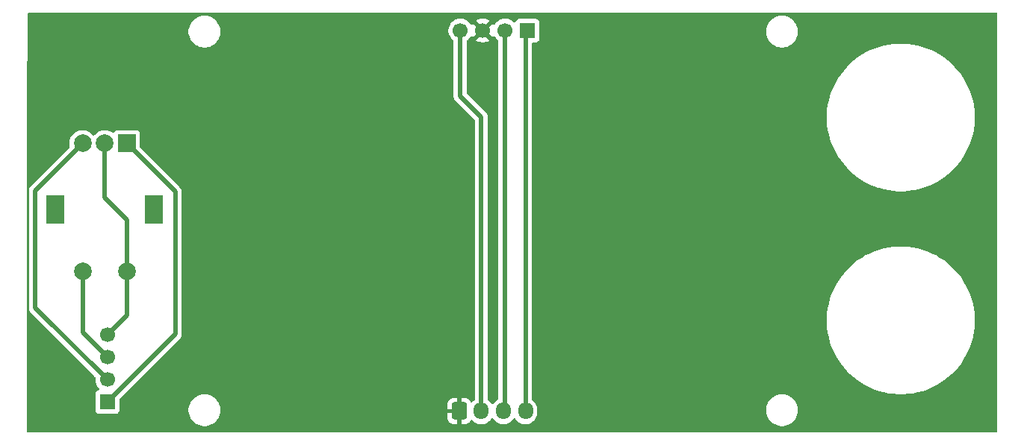
<source format=gbr>
%TF.GenerationSoftware,KiCad,Pcbnew,9.0.7*%
%TF.CreationDate,2026-01-30T14:49:52-06:00*%
%TF.ProjectId,displayboard,64697370-6c61-4796-926f-6172642e6b69,rev?*%
%TF.SameCoordinates,Original*%
%TF.FileFunction,Copper,L1,Top*%
%TF.FilePolarity,Positive*%
%FSLAX46Y46*%
G04 Gerber Fmt 4.6, Leading zero omitted, Abs format (unit mm)*
G04 Created by KiCad (PCBNEW 9.0.7) date 2026-01-30 14:49:52*
%MOMM*%
%LPD*%
G01*
G04 APERTURE LIST*
G04 Aperture macros list*
%AMRoundRect*
0 Rectangle with rounded corners*
0 $1 Rounding radius*
0 $2 $3 $4 $5 $6 $7 $8 $9 X,Y pos of 4 corners*
0 Add a 4 corners polygon primitive as box body*
4,1,4,$2,$3,$4,$5,$6,$7,$8,$9,$2,$3,0*
0 Add four circle primitives for the rounded corners*
1,1,$1+$1,$2,$3*
1,1,$1+$1,$4,$5*
1,1,$1+$1,$6,$7*
1,1,$1+$1,$8,$9*
0 Add four rect primitives between the rounded corners*
20,1,$1+$1,$2,$3,$4,$5,0*
20,1,$1+$1,$4,$5,$6,$7,0*
20,1,$1+$1,$6,$7,$8,$9,0*
20,1,$1+$1,$8,$9,$2,$3,0*%
G04 Aperture macros list end*
%TA.AperFunction,ComponentPad*%
%ADD10R,1.700000X1.700000*%
%TD*%
%TA.AperFunction,ComponentPad*%
%ADD11C,1.700000*%
%TD*%
%TA.AperFunction,ComponentPad*%
%ADD12R,2.000000X2.000000*%
%TD*%
%TA.AperFunction,ComponentPad*%
%ADD13C,2.000000*%
%TD*%
%TA.AperFunction,ComponentPad*%
%ADD14R,2.000000X3.200000*%
%TD*%
%TA.AperFunction,ComponentPad*%
%ADD15RoundRect,0.250000X-0.600000X-0.725000X0.600000X-0.725000X0.600000X0.725000X-0.600000X0.725000X0*%
%TD*%
%TA.AperFunction,ComponentPad*%
%ADD16O,1.700000X1.950000*%
%TD*%
%TA.AperFunction,Conductor*%
%ADD17C,0.500000*%
%TD*%
G04 APERTURE END LIST*
D10*
%TO.P,REF\u002A\u002A,1*%
%TO.N,Net-(A1-GPIO20)*%
X139089000Y-70167600D03*
D11*
%TO.P,REF\u002A\u002A,2*%
%TO.N,Net-(A1-GPIO21)*%
X136549000Y-70167600D03*
%TO.P,REF\u002A\u002A,3*%
%TO.N,GND*%
X134009000Y-70167600D03*
%TO.P,REF\u002A\u002A,4*%
%TO.N,PICO_3V3*%
X131469000Y-70167600D03*
%TD*%
D12*
%TO.P,SW1,A,A*%
%TO.N,ADC0_GP26*%
X93650000Y-83000000D03*
D13*
%TO.P,SW1,B,B*%
%TO.N,ADC0_GP27*%
X88650000Y-83000000D03*
%TO.P,SW1,C,C*%
%TO.N,AGND*%
X91150000Y-83000000D03*
D14*
%TO.P,SW1,MP*%
%TO.N,N/C*%
X96750000Y-90500000D03*
X85550000Y-90500000D03*
D13*
%TO.P,SW1,S1,S1*%
%TO.N,ADC0_GP28*%
X88650000Y-97500000D03*
%TO.P,SW1,S2,S2*%
%TO.N,AGND*%
X93650000Y-97500000D03*
%TD*%
D15*
%TO.P,REF\u002A\u002A,1*%
%TO.N,GND*%
X131350000Y-113400000D03*
D16*
%TO.P,REF\u002A\u002A,2*%
%TO.N,PICO_3V3*%
X133850000Y-113400000D03*
%TO.P,REF\u002A\u002A,3*%
%TO.N,Net-(A1-GPIO21)*%
X136350000Y-113400000D03*
%TO.P,REF\u002A\u002A,4*%
%TO.N,Net-(A1-GPIO20)*%
X138850000Y-113400000D03*
%TD*%
D10*
%TO.P,REF\u002A\u002A,1*%
%TO.N,ADC0_GP26*%
X91450000Y-112370000D03*
D11*
%TO.P,REF\u002A\u002A,2*%
%TO.N,ADC0_GP27*%
X91450000Y-109830000D03*
%TO.P,REF\u002A\u002A,3*%
%TO.N,ADC0_GP28*%
X91450000Y-107290000D03*
%TO.P,REF\u002A\u002A,4*%
%TO.N,AGND*%
X91450000Y-104750000D03*
%TD*%
D17*
%TO.N,AGND*%
X91150000Y-89150000D02*
X93650000Y-91650000D01*
X91450000Y-104750000D02*
X93650000Y-102550000D01*
X93650000Y-91650000D02*
X93650000Y-97500000D01*
X93650000Y-102550000D02*
X93650000Y-97500000D01*
X91150000Y-83000000D02*
X91150000Y-89150000D01*
%TO.N,ADC0_GP28*%
X88650000Y-104490000D02*
X88650000Y-97500000D01*
X91450000Y-107290000D02*
X88650000Y-104490000D01*
%TO.N,ADC0_GP27*%
X91450000Y-109830000D02*
X83300000Y-101680000D01*
X88650000Y-83000000D02*
X83300000Y-88350000D01*
X83300000Y-101680000D02*
X83300000Y-88350000D01*
%TO.N,ADC0_GP26*%
X91450000Y-112370000D02*
X99150000Y-104670000D01*
X93650000Y-83000000D02*
X99150000Y-88500000D01*
X99150000Y-104670000D02*
X99150000Y-88500000D01*
%TO.N,PICO_3V3*%
X131469000Y-70167600D02*
X131469000Y-77619000D01*
X133850000Y-80000000D02*
X133850000Y-113400000D01*
X131469000Y-77619000D02*
X133850000Y-80000000D01*
%TO.N,Net-(A1-GPIO21)*%
X136549000Y-70167600D02*
X136549000Y-113201000D01*
X136549000Y-113201000D02*
X136350000Y-113400000D01*
%TO.N,Net-(A1-GPIO20)*%
X138850000Y-113400000D02*
X138850000Y-70406600D01*
X138850000Y-70406600D02*
X139089000Y-70167600D01*
%TD*%
%TA.AperFunction,Conductor*%
%TO.N,GND*%
G36*
X135124270Y-70929317D02*
G01*
X135124270Y-70929316D01*
X135163622Y-70875155D01*
X135168232Y-70866107D01*
X135216205Y-70815309D01*
X135284025Y-70798512D01*
X135350161Y-70821047D01*
X135389204Y-70866104D01*
X135393949Y-70875417D01*
X135518890Y-71047386D01*
X135518896Y-71047392D01*
X135669208Y-71197704D01*
X135747384Y-71254502D01*
X135790051Y-71309831D01*
X135798500Y-71354820D01*
X135798500Y-111964314D01*
X135778815Y-112031353D01*
X135730795Y-112074799D01*
X135642180Y-112119951D01*
X135470213Y-112244890D01*
X135319894Y-112395209D01*
X135319890Y-112395214D01*
X135200318Y-112559793D01*
X135144989Y-112602459D01*
X135075375Y-112608438D01*
X135013580Y-112575833D01*
X134999682Y-112559793D01*
X134880109Y-112395214D01*
X134880105Y-112395209D01*
X134729794Y-112244898D01*
X134729788Y-112244893D01*
X134651615Y-112188097D01*
X134608949Y-112132767D01*
X134600500Y-112087779D01*
X134600500Y-79926079D01*
X134571659Y-79781092D01*
X134571658Y-79781091D01*
X134571658Y-79781087D01*
X134569386Y-79775602D01*
X134515087Y-79644511D01*
X134515080Y-79644498D01*
X134432952Y-79521585D01*
X134432951Y-79521584D01*
X134328416Y-79417049D01*
X132255819Y-77344451D01*
X132222334Y-77283128D01*
X132219500Y-77256770D01*
X132219500Y-71354820D01*
X132219830Y-71353693D01*
X132219521Y-71352562D01*
X132229646Y-71320265D01*
X132239185Y-71287781D01*
X132240186Y-71286646D01*
X132240423Y-71285892D01*
X132245631Y-71280477D01*
X132264018Y-71259644D01*
X132267230Y-71256961D01*
X132348792Y-71197704D01*
X132499104Y-71047392D01*
X132499106Y-71047388D01*
X132499109Y-71047386D01*
X132584890Y-70929317D01*
X132624051Y-70875416D01*
X132628793Y-70866108D01*
X132676763Y-70815311D01*
X132744583Y-70798511D01*
X132810719Y-70821045D01*
X132849763Y-70866100D01*
X132854373Y-70875147D01*
X132893728Y-70929316D01*
X133526037Y-70297008D01*
X133543075Y-70360593D01*
X133608901Y-70474607D01*
X133701993Y-70567699D01*
X133816007Y-70633525D01*
X133879590Y-70650562D01*
X133247282Y-71282869D01*
X133247282Y-71282870D01*
X133301449Y-71322224D01*
X133490782Y-71418695D01*
X133692870Y-71484357D01*
X133902754Y-71517600D01*
X134115246Y-71517600D01*
X134325127Y-71484357D01*
X134325130Y-71484357D01*
X134527217Y-71418695D01*
X134716554Y-71322222D01*
X134770716Y-71282870D01*
X134770717Y-71282870D01*
X134138408Y-70650562D01*
X134201993Y-70633525D01*
X134316007Y-70567699D01*
X134409099Y-70474607D01*
X134474925Y-70360593D01*
X134491962Y-70297008D01*
X135124270Y-70929317D01*
G37*
%TD.AperFunction*%
%TA.AperFunction,Conductor*%
G36*
X192292539Y-68170185D02*
G01*
X192338294Y-68222989D01*
X192349500Y-68274500D01*
X192349500Y-115675500D01*
X192329815Y-115742539D01*
X192277011Y-115788294D01*
X192225500Y-115799500D01*
X82424500Y-115799500D01*
X82357461Y-115779815D01*
X82311706Y-115727011D01*
X82300500Y-115675500D01*
X82300500Y-101753920D01*
X82549499Y-101753920D01*
X82578340Y-101898907D01*
X82578343Y-101898917D01*
X82634912Y-102035488D01*
X82634916Y-102035495D01*
X82659028Y-102071581D01*
X82659029Y-102071584D01*
X82659030Y-102071584D01*
X82717051Y-102158420D01*
X82717052Y-102158421D01*
X90079824Y-109521191D01*
X90113309Y-109582514D01*
X90114616Y-109628270D01*
X90099500Y-109723707D01*
X90099500Y-109936286D01*
X90132753Y-110146239D01*
X90198444Y-110348414D01*
X90294951Y-110537820D01*
X90419890Y-110709786D01*
X90533430Y-110823326D01*
X90566915Y-110884649D01*
X90561931Y-110954341D01*
X90520059Y-111010274D01*
X90489083Y-111027189D01*
X90357669Y-111076203D01*
X90357664Y-111076206D01*
X90242455Y-111162452D01*
X90242452Y-111162455D01*
X90156206Y-111277664D01*
X90156202Y-111277671D01*
X90105908Y-111412517D01*
X90099501Y-111472116D01*
X90099500Y-111472135D01*
X90099500Y-113267870D01*
X90099501Y-113267876D01*
X90105908Y-113327483D01*
X90156202Y-113462328D01*
X90156206Y-113462335D01*
X90242452Y-113577544D01*
X90242455Y-113577547D01*
X90357664Y-113663793D01*
X90357671Y-113663797D01*
X90492517Y-113714091D01*
X90492516Y-113714091D01*
X90499444Y-113714835D01*
X90552127Y-113720500D01*
X92347872Y-113720499D01*
X92407483Y-113714091D01*
X92542331Y-113663796D01*
X92657546Y-113577546D01*
X92743796Y-113462331D01*
X92794091Y-113327483D01*
X92800500Y-113267873D01*
X92800500Y-113178795D01*
X100661700Y-113178795D01*
X100661700Y-113414804D01*
X100661701Y-113414820D01*
X100692506Y-113648810D01*
X100753594Y-113876793D01*
X100843914Y-114094845D01*
X100843919Y-114094856D01*
X100903205Y-114197540D01*
X100961927Y-114299250D01*
X100961929Y-114299253D01*
X100961930Y-114299254D01*
X101105606Y-114486497D01*
X101105612Y-114486504D01*
X101272495Y-114653387D01*
X101272501Y-114653392D01*
X101459750Y-114797073D01*
X101591118Y-114872918D01*
X101664143Y-114915080D01*
X101664148Y-114915082D01*
X101664151Y-114915084D01*
X101882207Y-115005406D01*
X102110186Y-115066493D01*
X102344189Y-115097300D01*
X102344196Y-115097300D01*
X102580204Y-115097300D01*
X102580211Y-115097300D01*
X102814214Y-115066493D01*
X103042193Y-115005406D01*
X103260249Y-114915084D01*
X103464650Y-114797073D01*
X103651899Y-114653392D01*
X103818792Y-114486499D01*
X103962473Y-114299250D01*
X104080484Y-114094849D01*
X104170806Y-113876793D01*
X104231893Y-113648814D01*
X104237462Y-113606508D01*
X104240630Y-113582452D01*
X104240630Y-113582451D01*
X104256443Y-113462335D01*
X104262700Y-113414811D01*
X104262700Y-113178789D01*
X104231893Y-112944786D01*
X104170806Y-112716807D01*
X104132783Y-112625013D01*
X130000000Y-112625013D01*
X130000000Y-113150000D01*
X130945854Y-113150000D01*
X130907370Y-113216657D01*
X130875000Y-113337465D01*
X130875000Y-113462535D01*
X130907370Y-113583343D01*
X130945854Y-113650000D01*
X130000001Y-113650000D01*
X130000001Y-114174986D01*
X130010494Y-114277697D01*
X130065641Y-114444119D01*
X130065643Y-114444124D01*
X130157684Y-114593345D01*
X130281654Y-114717315D01*
X130430875Y-114809356D01*
X130430880Y-114809358D01*
X130597302Y-114864505D01*
X130597309Y-114864506D01*
X130700019Y-114874999D01*
X131099999Y-114874999D01*
X131100000Y-114874998D01*
X131100000Y-113804145D01*
X131166657Y-113842630D01*
X131287465Y-113875000D01*
X131412535Y-113875000D01*
X131533343Y-113842630D01*
X131600000Y-113804145D01*
X131600000Y-114874999D01*
X131999972Y-114874999D01*
X131999986Y-114874998D01*
X132102697Y-114864505D01*
X132269119Y-114809358D01*
X132269124Y-114809356D01*
X132418345Y-114717315D01*
X132542317Y-114593343D01*
X132637815Y-114438516D01*
X132689763Y-114391791D01*
X132758725Y-114380568D01*
X132822808Y-114408412D01*
X132831035Y-114415931D01*
X132970213Y-114555109D01*
X133142179Y-114680048D01*
X133142181Y-114680049D01*
X133142184Y-114680051D01*
X133331588Y-114776557D01*
X133533757Y-114842246D01*
X133743713Y-114875500D01*
X133743714Y-114875500D01*
X133956286Y-114875500D01*
X133956287Y-114875500D01*
X134166243Y-114842246D01*
X134368412Y-114776557D01*
X134557816Y-114680051D01*
X134594516Y-114653387D01*
X134729786Y-114555109D01*
X134729788Y-114555106D01*
X134729792Y-114555104D01*
X134880104Y-114404792D01*
X134999683Y-114240204D01*
X135055011Y-114197540D01*
X135124624Y-114191561D01*
X135186420Y-114224166D01*
X135200313Y-114240199D01*
X135227557Y-114277697D01*
X135319896Y-114404792D01*
X135470213Y-114555109D01*
X135642179Y-114680048D01*
X135642181Y-114680049D01*
X135642184Y-114680051D01*
X135831588Y-114776557D01*
X136033757Y-114842246D01*
X136243713Y-114875500D01*
X136243714Y-114875500D01*
X136456286Y-114875500D01*
X136456287Y-114875500D01*
X136666243Y-114842246D01*
X136868412Y-114776557D01*
X137057816Y-114680051D01*
X137094516Y-114653387D01*
X137229786Y-114555109D01*
X137229788Y-114555106D01*
X137229792Y-114555104D01*
X137380104Y-114404792D01*
X137499683Y-114240204D01*
X137555011Y-114197540D01*
X137624624Y-114191561D01*
X137686420Y-114224166D01*
X137700313Y-114240199D01*
X137727557Y-114277697D01*
X137819896Y-114404792D01*
X137970213Y-114555109D01*
X138142179Y-114680048D01*
X138142181Y-114680049D01*
X138142184Y-114680051D01*
X138331588Y-114776557D01*
X138533757Y-114842246D01*
X138743713Y-114875500D01*
X138743714Y-114875500D01*
X138956286Y-114875500D01*
X138956287Y-114875500D01*
X139166243Y-114842246D01*
X139368412Y-114776557D01*
X139557816Y-114680051D01*
X139594516Y-114653387D01*
X139729786Y-114555109D01*
X139729788Y-114555106D01*
X139729792Y-114555104D01*
X139880104Y-114404792D01*
X139880106Y-114404788D01*
X139880109Y-114404786D01*
X140005048Y-114232820D01*
X140005047Y-114232820D01*
X140005051Y-114232816D01*
X140101557Y-114043412D01*
X140167246Y-113841243D01*
X140200500Y-113631287D01*
X140200500Y-113178795D01*
X166142900Y-113178795D01*
X166142900Y-113414804D01*
X166142901Y-113414820D01*
X166173706Y-113648810D01*
X166234794Y-113876793D01*
X166325114Y-114094845D01*
X166325119Y-114094856D01*
X166384405Y-114197540D01*
X166443127Y-114299250D01*
X166443129Y-114299253D01*
X166443130Y-114299254D01*
X166586806Y-114486497D01*
X166586812Y-114486504D01*
X166753695Y-114653387D01*
X166753701Y-114653392D01*
X166940950Y-114797073D01*
X167072318Y-114872918D01*
X167145343Y-114915080D01*
X167145348Y-114915082D01*
X167145351Y-114915084D01*
X167363407Y-115005406D01*
X167591386Y-115066493D01*
X167825389Y-115097300D01*
X167825396Y-115097300D01*
X168061404Y-115097300D01*
X168061411Y-115097300D01*
X168295414Y-115066493D01*
X168523393Y-115005406D01*
X168741449Y-114915084D01*
X168945850Y-114797073D01*
X169133099Y-114653392D01*
X169299992Y-114486499D01*
X169443673Y-114299250D01*
X169561684Y-114094849D01*
X169652006Y-113876793D01*
X169713093Y-113648814D01*
X169743900Y-113414811D01*
X169743900Y-113178789D01*
X169713093Y-112944786D01*
X169652006Y-112716807D01*
X169561684Y-112498751D01*
X169561682Y-112498748D01*
X169561680Y-112498743D01*
X169487752Y-112370697D01*
X169443673Y-112294350D01*
X169362142Y-112188097D01*
X169299993Y-112107102D01*
X169299987Y-112107095D01*
X169133104Y-111940212D01*
X169133097Y-111940206D01*
X168945854Y-111796530D01*
X168945853Y-111796529D01*
X168945850Y-111796527D01*
X168864357Y-111749477D01*
X168741456Y-111678519D01*
X168741445Y-111678514D01*
X168523393Y-111588194D01*
X168295410Y-111527106D01*
X168061420Y-111496301D01*
X168061417Y-111496300D01*
X168061411Y-111496300D01*
X167825389Y-111496300D01*
X167825383Y-111496300D01*
X167825379Y-111496301D01*
X167591389Y-111527106D01*
X167363406Y-111588194D01*
X167145354Y-111678514D01*
X167145343Y-111678519D01*
X166940945Y-111796530D01*
X166753702Y-111940206D01*
X166753695Y-111940212D01*
X166586812Y-112107095D01*
X166586806Y-112107102D01*
X166443130Y-112294345D01*
X166325119Y-112498743D01*
X166325114Y-112498754D01*
X166234794Y-112716806D01*
X166173706Y-112944789D01*
X166142901Y-113178779D01*
X166142900Y-113178795D01*
X140200500Y-113178795D01*
X140200500Y-113168713D01*
X140167246Y-112958757D01*
X140101557Y-112756588D01*
X140005051Y-112567184D01*
X140005049Y-112567181D01*
X140005048Y-112567179D01*
X139880109Y-112395213D01*
X139729794Y-112244898D01*
X139729788Y-112244893D01*
X139651615Y-112188097D01*
X139608949Y-112132767D01*
X139600500Y-112087779D01*
X139600500Y-102825602D01*
X173018000Y-102825602D01*
X173018000Y-103374398D01*
X173032456Y-103594949D01*
X173053893Y-103922027D01*
X173125525Y-104466119D01*
X173125527Y-104466131D01*
X173232584Y-105004349D01*
X173232590Y-105004375D01*
X173374627Y-105534464D01*
X173374631Y-105534479D01*
X173551033Y-106054139D01*
X173551037Y-106054150D01*
X173761054Y-106561173D01*
X174003775Y-107053364D01*
X174278168Y-107528627D01*
X174278184Y-107528652D01*
X174583069Y-107984944D01*
X174917150Y-108420326D01*
X174917155Y-108420331D01*
X174917156Y-108420333D01*
X175279002Y-108832940D01*
X175667060Y-109220998D01*
X176079291Y-109582514D01*
X176079673Y-109582849D01*
X176515055Y-109916930D01*
X176971347Y-110221815D01*
X176971372Y-110221831D01*
X177446635Y-110496224D01*
X177938826Y-110738945D01*
X177938831Y-110738947D01*
X177938837Y-110738950D01*
X178445858Y-110948966D01*
X178774520Y-111060531D01*
X178965520Y-111125368D01*
X178965525Y-111125369D01*
X178965530Y-111125371D01*
X179495627Y-111267410D01*
X179495636Y-111267411D01*
X179495650Y-111267415D01*
X180033868Y-111374472D01*
X180033873Y-111374472D01*
X180033879Y-111374474D01*
X180577980Y-111446107D01*
X181125602Y-111482000D01*
X181125613Y-111482000D01*
X181674387Y-111482000D01*
X181674398Y-111482000D01*
X182222020Y-111446107D01*
X182766121Y-111374474D01*
X182790867Y-111369551D01*
X183304349Y-111267415D01*
X183304356Y-111267413D01*
X183304373Y-111267410D01*
X183834470Y-111125371D01*
X184354142Y-110948966D01*
X184861163Y-110738950D01*
X185353364Y-110496224D01*
X185828636Y-110221826D01*
X186284943Y-109916931D01*
X186720333Y-109582844D01*
X187132940Y-109220998D01*
X187520998Y-108832940D01*
X187882844Y-108420333D01*
X188216931Y-107984943D01*
X188521826Y-107528636D01*
X188796224Y-107053364D01*
X189038950Y-106561163D01*
X189248966Y-106054142D01*
X189425371Y-105534470D01*
X189567410Y-105004373D01*
X189596867Y-104856284D01*
X189674472Y-104466131D01*
X189674474Y-104466119D01*
X189686496Y-104374808D01*
X189746107Y-103922020D01*
X189782000Y-103374398D01*
X189782000Y-102825602D01*
X189746107Y-102277980D01*
X189674474Y-101733879D01*
X189674472Y-101733868D01*
X189567415Y-101195650D01*
X189567409Y-101195624D01*
X189425372Y-100665535D01*
X189425368Y-100665520D01*
X189360531Y-100474520D01*
X189248966Y-100145858D01*
X189038950Y-99638837D01*
X188796224Y-99146636D01*
X188796224Y-99146635D01*
X188521831Y-98671372D01*
X188521815Y-98671347D01*
X188216930Y-98215055D01*
X187882849Y-97779673D01*
X187741151Y-97618097D01*
X187520998Y-97367060D01*
X187132940Y-96979002D01*
X186720333Y-96617156D01*
X186720331Y-96617155D01*
X186720326Y-96617150D01*
X186284944Y-96283069D01*
X185828652Y-95978184D01*
X185828627Y-95978168D01*
X185353364Y-95703775D01*
X184861173Y-95461054D01*
X184354150Y-95251037D01*
X184354139Y-95251033D01*
X183834479Y-95074631D01*
X183834464Y-95074627D01*
X183304375Y-94932590D01*
X183304349Y-94932584D01*
X182766131Y-94825527D01*
X182766119Y-94825525D01*
X182222027Y-94753893D01*
X182009055Y-94739934D01*
X181674398Y-94718000D01*
X181125602Y-94718000D01*
X180808557Y-94738780D01*
X180577972Y-94753893D01*
X180033880Y-94825525D01*
X180033868Y-94825527D01*
X179495650Y-94932584D01*
X179495624Y-94932590D01*
X178965535Y-95074627D01*
X178965520Y-95074631D01*
X178445860Y-95251033D01*
X178445849Y-95251037D01*
X177938826Y-95461054D01*
X177446635Y-95703775D01*
X176971372Y-95978168D01*
X176971347Y-95978184D01*
X176515055Y-96283069D01*
X176079673Y-96617150D01*
X175667055Y-96979006D01*
X175279006Y-97367055D01*
X174917150Y-97779673D01*
X174583069Y-98215055D01*
X174278184Y-98671347D01*
X174278168Y-98671372D01*
X174003775Y-99146635D01*
X173761054Y-99638826D01*
X173551037Y-100145849D01*
X173551033Y-100145860D01*
X173374631Y-100665520D01*
X173374627Y-100665535D01*
X173232590Y-101195624D01*
X173232584Y-101195650D01*
X173125527Y-101733868D01*
X173125525Y-101733880D01*
X173053893Y-102277972D01*
X173038780Y-102508557D01*
X173018000Y-102825602D01*
X139600500Y-102825602D01*
X139600500Y-79775602D01*
X173018000Y-79775602D01*
X173018000Y-80324398D01*
X173020480Y-80362229D01*
X173053893Y-80872027D01*
X173125525Y-81416119D01*
X173125527Y-81416131D01*
X173232584Y-81954349D01*
X173232590Y-81954375D01*
X173374627Y-82484464D01*
X173374631Y-82484479D01*
X173551033Y-83004139D01*
X173551037Y-83004150D01*
X173761054Y-83511173D01*
X174003775Y-84003364D01*
X174278168Y-84478627D01*
X174278184Y-84478652D01*
X174583069Y-84934944D01*
X174917150Y-85370326D01*
X174917155Y-85370331D01*
X174917156Y-85370333D01*
X175279002Y-85782940D01*
X175667060Y-86170998D01*
X176079667Y-86532844D01*
X176079673Y-86532849D01*
X176515055Y-86866930D01*
X176971347Y-87171815D01*
X176971372Y-87171831D01*
X177446635Y-87446224D01*
X177938826Y-87688945D01*
X177938831Y-87688947D01*
X177938837Y-87688950D01*
X178445858Y-87898966D01*
X178774520Y-88010531D01*
X178965520Y-88075368D01*
X178965525Y-88075369D01*
X178965530Y-88075371D01*
X179495627Y-88217410D01*
X179495636Y-88217411D01*
X179495650Y-88217415D01*
X180033868Y-88324472D01*
X180033873Y-88324472D01*
X180033879Y-88324474D01*
X180577980Y-88396107D01*
X181125602Y-88432000D01*
X181125613Y-88432000D01*
X181674387Y-88432000D01*
X181674398Y-88432000D01*
X182222020Y-88396107D01*
X182766121Y-88324474D01*
X182984224Y-88281091D01*
X183304349Y-88217415D01*
X183304356Y-88217413D01*
X183304373Y-88217410D01*
X183834470Y-88075371D01*
X184354142Y-87898966D01*
X184861163Y-87688950D01*
X185353364Y-87446224D01*
X185828636Y-87171826D01*
X186284943Y-86866931D01*
X186720333Y-86532844D01*
X187132940Y-86170998D01*
X187520998Y-85782940D01*
X187882844Y-85370333D01*
X188216931Y-84934943D01*
X188521826Y-84478636D01*
X188796224Y-84003364D01*
X189038950Y-83511163D01*
X189248966Y-83004142D01*
X189425371Y-82484470D01*
X189567410Y-81954373D01*
X189567857Y-81952129D01*
X189674472Y-81416131D01*
X189674474Y-81416119D01*
X189746106Y-80872027D01*
X189746107Y-80872020D01*
X189782000Y-80324398D01*
X189782000Y-79775602D01*
X189746107Y-79227980D01*
X189674474Y-78683879D01*
X189567410Y-78145627D01*
X189425371Y-77615530D01*
X189248966Y-77095858D01*
X189038950Y-76588837D01*
X188796224Y-76096636D01*
X188796224Y-76096635D01*
X188521831Y-75621372D01*
X188521815Y-75621347D01*
X188216930Y-75165055D01*
X187882849Y-74729673D01*
X187882844Y-74729667D01*
X187520998Y-74317060D01*
X187132940Y-73929002D01*
X186720333Y-73567156D01*
X186720331Y-73567155D01*
X186720326Y-73567150D01*
X186284944Y-73233069D01*
X185828652Y-72928184D01*
X185828627Y-72928168D01*
X185353364Y-72653775D01*
X184861173Y-72411054D01*
X184354150Y-72201037D01*
X184354139Y-72201033D01*
X183834479Y-72024631D01*
X183834464Y-72024627D01*
X183304375Y-71882590D01*
X183304349Y-71882584D01*
X182766131Y-71775527D01*
X182766119Y-71775525D01*
X182222027Y-71703893D01*
X182009055Y-71689934D01*
X181674398Y-71668000D01*
X181125602Y-71668000D01*
X180808557Y-71688780D01*
X180577972Y-71703893D01*
X180033880Y-71775525D01*
X180033868Y-71775527D01*
X179495650Y-71882584D01*
X179495624Y-71882590D01*
X178965535Y-72024627D01*
X178965520Y-72024631D01*
X178445860Y-72201033D01*
X178445849Y-72201037D01*
X177938826Y-72411054D01*
X177446635Y-72653775D01*
X176971372Y-72928168D01*
X176971347Y-72928184D01*
X176515055Y-73233069D01*
X176079673Y-73567150D01*
X175667055Y-73929006D01*
X175279006Y-74317055D01*
X174917150Y-74729673D01*
X174583069Y-75165055D01*
X174278184Y-75621347D01*
X174278168Y-75621372D01*
X174003775Y-76096635D01*
X173761054Y-76588826D01*
X173551037Y-77095849D01*
X173551033Y-77095860D01*
X173374631Y-77615520D01*
X173374627Y-77615535D01*
X173232590Y-78145624D01*
X173232584Y-78145650D01*
X173125527Y-78683868D01*
X173125525Y-78683880D01*
X173053893Y-79227972D01*
X173041501Y-79417049D01*
X173018000Y-79775602D01*
X139600500Y-79775602D01*
X139600500Y-71642099D01*
X139620185Y-71575060D01*
X139672989Y-71529305D01*
X139724500Y-71518099D01*
X139986871Y-71518099D01*
X139986872Y-71518099D01*
X140046483Y-71511691D01*
X140181331Y-71461396D01*
X140296546Y-71375146D01*
X140382796Y-71259931D01*
X140433091Y-71125083D01*
X140439500Y-71065473D01*
X140439499Y-70176595D01*
X166142900Y-70176595D01*
X166142900Y-70412604D01*
X166142901Y-70412620D01*
X166173706Y-70646610D01*
X166234794Y-70874593D01*
X166325114Y-71092645D01*
X166325119Y-71092656D01*
X166385771Y-71197706D01*
X166443127Y-71297050D01*
X166443129Y-71297053D01*
X166443130Y-71297054D01*
X166586806Y-71484297D01*
X166586812Y-71484304D01*
X166753695Y-71651187D01*
X166753702Y-71651193D01*
X166822382Y-71703893D01*
X166940950Y-71794873D01*
X167072318Y-71870718D01*
X167145343Y-71912880D01*
X167145348Y-71912882D01*
X167145351Y-71912884D01*
X167363407Y-72003206D01*
X167591386Y-72064293D01*
X167825389Y-72095100D01*
X167825396Y-72095100D01*
X168061404Y-72095100D01*
X168061411Y-72095100D01*
X168295414Y-72064293D01*
X168523393Y-72003206D01*
X168741449Y-71912884D01*
X168945850Y-71794873D01*
X169133099Y-71651192D01*
X169299992Y-71484299D01*
X169443673Y-71297050D01*
X169561684Y-71092649D01*
X169652006Y-70874593D01*
X169713093Y-70646614D01*
X169743900Y-70412611D01*
X169743900Y-70176589D01*
X169713093Y-69942586D01*
X169652006Y-69714607D01*
X169561684Y-69496551D01*
X169561682Y-69496548D01*
X169561680Y-69496543D01*
X169509336Y-69405882D01*
X169443673Y-69292150D01*
X169325003Y-69137496D01*
X169299993Y-69104902D01*
X169299987Y-69104895D01*
X169133104Y-68938012D01*
X169133097Y-68938006D01*
X168945854Y-68794330D01*
X168945853Y-68794329D01*
X168945850Y-68794327D01*
X168864357Y-68747277D01*
X168741456Y-68676319D01*
X168741445Y-68676314D01*
X168523393Y-68585994D01*
X168295410Y-68524906D01*
X168061420Y-68494101D01*
X168061417Y-68494100D01*
X168061411Y-68494100D01*
X167825389Y-68494100D01*
X167825383Y-68494100D01*
X167825379Y-68494101D01*
X167591389Y-68524906D01*
X167363406Y-68585994D01*
X167145354Y-68676314D01*
X167145343Y-68676319D01*
X166940945Y-68794330D01*
X166753702Y-68938006D01*
X166753695Y-68938012D01*
X166586812Y-69104895D01*
X166586806Y-69104902D01*
X166443130Y-69292145D01*
X166325119Y-69496543D01*
X166325114Y-69496554D01*
X166234794Y-69714606D01*
X166173706Y-69942589D01*
X166142901Y-70176579D01*
X166142900Y-70176595D01*
X140439499Y-70176595D01*
X140439499Y-70167600D01*
X140439499Y-69269729D01*
X140439498Y-69269723D01*
X140433091Y-69210116D01*
X140382797Y-69075271D01*
X140382793Y-69075264D01*
X140296547Y-68960055D01*
X140296544Y-68960052D01*
X140181335Y-68873806D01*
X140181328Y-68873802D01*
X140046482Y-68823508D01*
X140046483Y-68823508D01*
X139986883Y-68817101D01*
X139986881Y-68817100D01*
X139986873Y-68817100D01*
X139986864Y-68817100D01*
X138191129Y-68817100D01*
X138191123Y-68817101D01*
X138131516Y-68823508D01*
X137996671Y-68873802D01*
X137996664Y-68873806D01*
X137881455Y-68960052D01*
X137881452Y-68960055D01*
X137795206Y-69075264D01*
X137795203Y-69075269D01*
X137746189Y-69206683D01*
X137704317Y-69262616D01*
X137638853Y-69287033D01*
X137570580Y-69272181D01*
X137542326Y-69251030D01*
X137428786Y-69137490D01*
X137256820Y-69012551D01*
X137067414Y-68916044D01*
X137067413Y-68916043D01*
X137067412Y-68916043D01*
X136865243Y-68850354D01*
X136865241Y-68850353D01*
X136865240Y-68850353D01*
X136703957Y-68824808D01*
X136655287Y-68817100D01*
X136442713Y-68817100D01*
X136394042Y-68824808D01*
X136232760Y-68850353D01*
X136030585Y-68916044D01*
X135841179Y-69012551D01*
X135669213Y-69137490D01*
X135518890Y-69287813D01*
X135393949Y-69459782D01*
X135389202Y-69469099D01*
X135341227Y-69519893D01*
X135273405Y-69536687D01*
X135207271Y-69514148D01*
X135168234Y-69469095D01*
X135163626Y-69460052D01*
X135124270Y-69405882D01*
X135124269Y-69405882D01*
X134491962Y-70038190D01*
X134474925Y-69974607D01*
X134409099Y-69860593D01*
X134316007Y-69767501D01*
X134201993Y-69701675D01*
X134138409Y-69684637D01*
X134770716Y-69052328D01*
X134716550Y-69012975D01*
X134527217Y-68916504D01*
X134325129Y-68850842D01*
X134115246Y-68817600D01*
X133902754Y-68817600D01*
X133692872Y-68850842D01*
X133692869Y-68850842D01*
X133490782Y-68916504D01*
X133301439Y-69012980D01*
X133247282Y-69052327D01*
X133247282Y-69052328D01*
X133879591Y-69684637D01*
X133816007Y-69701675D01*
X133701993Y-69767501D01*
X133608901Y-69860593D01*
X133543075Y-69974607D01*
X133526037Y-70038191D01*
X132893728Y-69405882D01*
X132893727Y-69405882D01*
X132854380Y-69460040D01*
X132854376Y-69460046D01*
X132849760Y-69469105D01*
X132801781Y-69519897D01*
X132733959Y-69536687D01*
X132667826Y-69514143D01*
X132628794Y-69469093D01*
X132624051Y-69459784D01*
X132624049Y-69459781D01*
X132624048Y-69459779D01*
X132499109Y-69287813D01*
X132348786Y-69137490D01*
X132176820Y-69012551D01*
X131987414Y-68916044D01*
X131987413Y-68916043D01*
X131987412Y-68916043D01*
X131785243Y-68850354D01*
X131785241Y-68850353D01*
X131785240Y-68850353D01*
X131623957Y-68824808D01*
X131575287Y-68817100D01*
X131362713Y-68817100D01*
X131314042Y-68824808D01*
X131152760Y-68850353D01*
X130950585Y-68916044D01*
X130761179Y-69012551D01*
X130589213Y-69137490D01*
X130438890Y-69287813D01*
X130313951Y-69459779D01*
X130217444Y-69649185D01*
X130151753Y-69851360D01*
X130137304Y-69942589D01*
X130118500Y-70061313D01*
X130118500Y-70273887D01*
X130151754Y-70483843D01*
X130204640Y-70646610D01*
X130217444Y-70686014D01*
X130313951Y-70875420D01*
X130438890Y-71047386D01*
X130438896Y-71047392D01*
X130589208Y-71197704D01*
X130667384Y-71254502D01*
X130710051Y-71309831D01*
X130718500Y-71354820D01*
X130718500Y-77692918D01*
X130718500Y-77692920D01*
X130718499Y-77692920D01*
X130747340Y-77837907D01*
X130747343Y-77837917D01*
X130803914Y-77974492D01*
X130836812Y-78023727D01*
X130836813Y-78023730D01*
X130886046Y-78097414D01*
X130886052Y-78097421D01*
X133063181Y-80274548D01*
X133096666Y-80335871D01*
X133099500Y-80362229D01*
X133099500Y-112087779D01*
X133079815Y-112154818D01*
X133048385Y-112188097D01*
X132970211Y-112244893D01*
X132831035Y-112384069D01*
X132769712Y-112417553D01*
X132700020Y-112412569D01*
X132644087Y-112370697D01*
X132637815Y-112361484D01*
X132542315Y-112206654D01*
X132418345Y-112082684D01*
X132269124Y-111990643D01*
X132269119Y-111990641D01*
X132102697Y-111935494D01*
X132102690Y-111935493D01*
X131999986Y-111925000D01*
X131600000Y-111925000D01*
X131600000Y-112995854D01*
X131533343Y-112957370D01*
X131412535Y-112925000D01*
X131287465Y-112925000D01*
X131166657Y-112957370D01*
X131100000Y-112995854D01*
X131100000Y-111925000D01*
X130700028Y-111925000D01*
X130700012Y-111925001D01*
X130597302Y-111935494D01*
X130430880Y-111990641D01*
X130430875Y-111990643D01*
X130281654Y-112082684D01*
X130157684Y-112206654D01*
X130065643Y-112355875D01*
X130065641Y-112355880D01*
X130010494Y-112522302D01*
X130010493Y-112522309D01*
X130000000Y-112625013D01*
X104132783Y-112625013D01*
X104123441Y-112602459D01*
X104080485Y-112498754D01*
X104080480Y-112498743D01*
X104006552Y-112370697D01*
X103962473Y-112294350D01*
X103880942Y-112188097D01*
X103818793Y-112107102D01*
X103818787Y-112107095D01*
X103651904Y-111940212D01*
X103651897Y-111940206D01*
X103464654Y-111796530D01*
X103464653Y-111796529D01*
X103464650Y-111796527D01*
X103383157Y-111749477D01*
X103260256Y-111678519D01*
X103260245Y-111678514D01*
X103042193Y-111588194D01*
X102814210Y-111527106D01*
X102580220Y-111496301D01*
X102580217Y-111496300D01*
X102580211Y-111496300D01*
X102344189Y-111496300D01*
X102344183Y-111496300D01*
X102344179Y-111496301D01*
X102110189Y-111527106D01*
X101882206Y-111588194D01*
X101664154Y-111678514D01*
X101664143Y-111678519D01*
X101459745Y-111796530D01*
X101272502Y-111940206D01*
X101272495Y-111940212D01*
X101105612Y-112107095D01*
X101105606Y-112107102D01*
X100961930Y-112294345D01*
X100843919Y-112498743D01*
X100843914Y-112498754D01*
X100753594Y-112716806D01*
X100692506Y-112944789D01*
X100661701Y-113178779D01*
X100661700Y-113178795D01*
X92800500Y-113178795D01*
X92800499Y-112669316D01*
X92800499Y-112132229D01*
X92820183Y-112065190D01*
X92836813Y-112044553D01*
X99732951Y-105148416D01*
X99815084Y-105025495D01*
X99871658Y-104888913D01*
X99878148Y-104856287D01*
X99900500Y-104743918D01*
X99900500Y-88426082D01*
X99894537Y-88396107D01*
X99894537Y-88396106D01*
X99894537Y-88396104D01*
X99871660Y-88281094D01*
X99871659Y-88281088D01*
X99817408Y-88150117D01*
X99815764Y-88145522D01*
X99732954Y-88021588D01*
X99732953Y-88021587D01*
X99732951Y-88021584D01*
X99628416Y-87917049D01*
X95186818Y-83475450D01*
X95153333Y-83414127D01*
X95150499Y-83387769D01*
X95150499Y-81952129D01*
X95150498Y-81952123D01*
X95144091Y-81892516D01*
X95093797Y-81757671D01*
X95093793Y-81757664D01*
X95007547Y-81642455D01*
X95007544Y-81642452D01*
X94892335Y-81556206D01*
X94892328Y-81556202D01*
X94757482Y-81505908D01*
X94757483Y-81505908D01*
X94697883Y-81499501D01*
X94697881Y-81499500D01*
X94697873Y-81499500D01*
X94697864Y-81499500D01*
X92602129Y-81499500D01*
X92602123Y-81499501D01*
X92542516Y-81505908D01*
X92407671Y-81556202D01*
X92407664Y-81556206D01*
X92292455Y-81642452D01*
X92204309Y-81760199D01*
X92148375Y-81802069D01*
X92078683Y-81807053D01*
X92032157Y-81786205D01*
X91936433Y-81716657D01*
X91725996Y-81609433D01*
X91501368Y-81536446D01*
X91268097Y-81499500D01*
X91268092Y-81499500D01*
X91031908Y-81499500D01*
X91031903Y-81499500D01*
X90798631Y-81536446D01*
X90574003Y-81609433D01*
X90363566Y-81716657D01*
X90267843Y-81786205D01*
X90172490Y-81855483D01*
X90172488Y-81855485D01*
X90172487Y-81855485D01*
X90005482Y-82022490D01*
X90000315Y-82029603D01*
X89944983Y-82072266D01*
X89875370Y-82078242D01*
X89813576Y-82045634D01*
X89799685Y-82029603D01*
X89794517Y-82022490D01*
X89627512Y-81855485D01*
X89627510Y-81855483D01*
X89436433Y-81716657D01*
X89225996Y-81609433D01*
X89001368Y-81536446D01*
X88768097Y-81499500D01*
X88768092Y-81499500D01*
X88531908Y-81499500D01*
X88531903Y-81499500D01*
X88298631Y-81536446D01*
X88074003Y-81609433D01*
X87863566Y-81716657D01*
X87767843Y-81786205D01*
X87672490Y-81855483D01*
X87672488Y-81855485D01*
X87672487Y-81855485D01*
X87505485Y-82022487D01*
X87505485Y-82022488D01*
X87505483Y-82022490D01*
X87488668Y-82045634D01*
X87366657Y-82213566D01*
X87259433Y-82424003D01*
X87186446Y-82648631D01*
X87149500Y-82881902D01*
X87149500Y-83118097D01*
X87183511Y-83332833D01*
X87174556Y-83402126D01*
X87148719Y-83439912D01*
X82717047Y-87871584D01*
X82686669Y-87917048D01*
X82686670Y-87917049D01*
X82634913Y-87994508D01*
X82578343Y-88131082D01*
X82578340Y-88131092D01*
X82549500Y-88276079D01*
X82549500Y-88276082D01*
X82549500Y-101753918D01*
X82549500Y-101753920D01*
X82549499Y-101753920D01*
X82300500Y-101753920D01*
X82300500Y-79790280D01*
X82300504Y-79789251D01*
X82322856Y-77095849D01*
X82380277Y-70176595D01*
X100661700Y-70176595D01*
X100661700Y-70412604D01*
X100661701Y-70412620D01*
X100692506Y-70646610D01*
X100753594Y-70874593D01*
X100843914Y-71092645D01*
X100843919Y-71092656D01*
X100904571Y-71197706D01*
X100961927Y-71297050D01*
X100961929Y-71297053D01*
X100961930Y-71297054D01*
X101105606Y-71484297D01*
X101105612Y-71484304D01*
X101272495Y-71651187D01*
X101272502Y-71651193D01*
X101341182Y-71703893D01*
X101459750Y-71794873D01*
X101591118Y-71870718D01*
X101664143Y-71912880D01*
X101664148Y-71912882D01*
X101664151Y-71912884D01*
X101882207Y-72003206D01*
X102110186Y-72064293D01*
X102344189Y-72095100D01*
X102344196Y-72095100D01*
X102580204Y-72095100D01*
X102580211Y-72095100D01*
X102814214Y-72064293D01*
X103042193Y-72003206D01*
X103260249Y-71912884D01*
X103464650Y-71794873D01*
X103651899Y-71651192D01*
X103818792Y-71484299D01*
X103962473Y-71297050D01*
X104080484Y-71092649D01*
X104170806Y-70874593D01*
X104231893Y-70646614D01*
X104262700Y-70412611D01*
X104262700Y-70176589D01*
X104231893Y-69942586D01*
X104170806Y-69714607D01*
X104080484Y-69496551D01*
X104080482Y-69496548D01*
X104080480Y-69496543D01*
X104028136Y-69405882D01*
X103962473Y-69292150D01*
X103843803Y-69137496D01*
X103818793Y-69104902D01*
X103818787Y-69104895D01*
X103651904Y-68938012D01*
X103651897Y-68938006D01*
X103464654Y-68794330D01*
X103464653Y-68794329D01*
X103464650Y-68794327D01*
X103383157Y-68747277D01*
X103260256Y-68676319D01*
X103260245Y-68676314D01*
X103042193Y-68585994D01*
X102814210Y-68524906D01*
X102580220Y-68494101D01*
X102580217Y-68494100D01*
X102580211Y-68494100D01*
X102344189Y-68494100D01*
X102344183Y-68494100D01*
X102344179Y-68494101D01*
X102110189Y-68524906D01*
X101882206Y-68585994D01*
X101664154Y-68676314D01*
X101664143Y-68676319D01*
X101459745Y-68794330D01*
X101272502Y-68938006D01*
X101272495Y-68938012D01*
X101105612Y-69104895D01*
X101105606Y-69104902D01*
X100961930Y-69292145D01*
X100843919Y-69496543D01*
X100843914Y-69496554D01*
X100753594Y-69714606D01*
X100692506Y-69942589D01*
X100661701Y-70176579D01*
X100661700Y-70176595D01*
X82380277Y-70176595D01*
X82396070Y-68273468D01*
X82416310Y-68206597D01*
X82469492Y-68161282D01*
X82520066Y-68150500D01*
X192225500Y-68150500D01*
X192292539Y-68170185D01*
G37*
%TD.AperFunction*%
%TD*%
M02*

</source>
